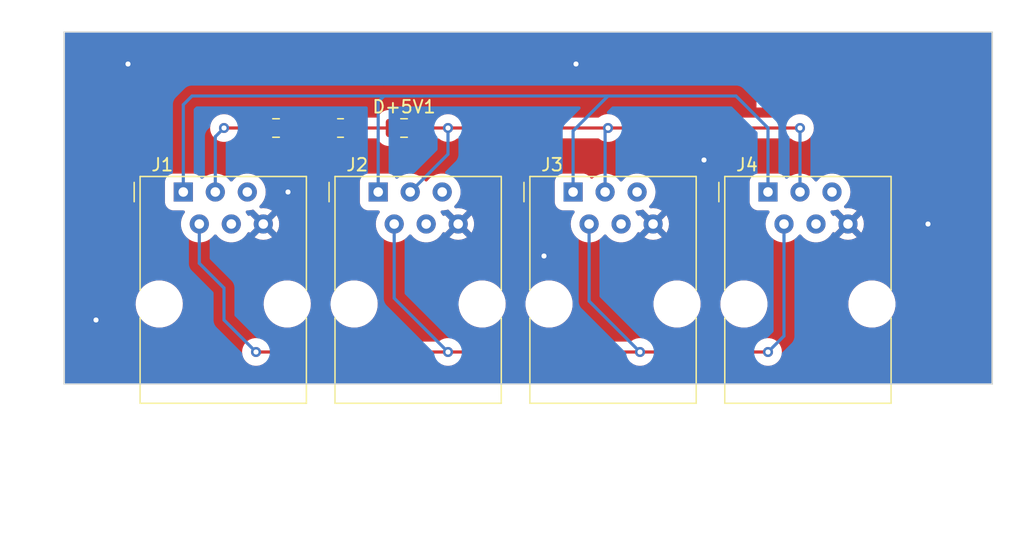
<source format=kicad_pcb>
(kicad_pcb (version 20221018) (generator pcbnew)
  (layers (0 "F.Cu" signal) (31 "B.Cu" signal) (34 "B.Paste" user) (35 "F.Paste" user) (36 "B.SilkS" user "B.Silkscreen") (37 "F.SilkS" user "F.Silkscreen") (38 "B.Mask" user) (39 "F.Mask" user) (44 "Edge.Cuts" user))
  (net 0 "")
  (net 1 "+5V")
  (net 2 "GND")
  (net 3 "Net-(D+5V1-K)")
  (net 4 "CANL")
  (net 5 "CANH")
  (footprint "PCM_Robot:RJ12" (layer "F.Cu") (at 95.83 76.2)
    (fp_text reference "J1" (at -1.67 -2.16) (layer "F.SilkS"))
    (fp_text value "RJ_can")
    (fp_line (start -3.9 0.77) (end -3.9 -0.76) (stroke (width 0.12)) (layer "F.SilkS"))
    (fp_line (start -3.43 -1.23) (end 9.77 -1.23) (stroke (width 0.12)) (layer "F.SilkS"))
    (fp_line (start -3.43 7.72) (end -3.43 7.79) (stroke (width 0.1)) (layer "F.SilkS"))
    (fp_line (start -3.43 7.79) (end -3.43 -1.23) (stroke (width 0.12)) (layer "F.SilkS"))
    (fp_line (start -3.43 16.77) (end -3.43 9.99) (stroke (width 0.12)) (layer "F.SilkS"))
    (fp_line (start 9.77 -1.23) (end 9.77 7.79) (stroke (width 0.12)) (layer "F.SilkS"))
    (fp_line (start 9.77 16.65) (end 9.77 16.77) (stroke (width 0.1)) (layer "F.SilkS"))
    (fp_line (start 9.77 16.76) (end 9.77 16.77) (stroke (width 0.1)) (layer "F.SilkS"))
    (fp_line (start 9.77 16.77) (end -3.43 16.77) (stroke (width 0.12)) (layer "F.SilkS"))
    (fp_line (start 9.77 16.77) (end 9.77 9.99) (stroke (width 0.12)) (layer "F.SilkS"))
    (pad "" np_thru_hole circle (at -1.91 8.89) (size 3.25 3.25) (drill 3.25) (layers "*.Cu" "*.Mask"))
    (pad "" np_thru_hole circle (at 8.25 8.89) (size 3.25 3.25) (drill 3.25) (layers "*.Cu" "*.Mask"))
    (pad "1" thru_hole rect (at 0 0) (size 1.52 1.52) (drill 0.76) (layers "*.Cu" "*.Mask") (net 4 "CANL"))
    (pad "2" thru_hole circle (at 1.27 2.54) (size 1.52 1.52) (drill 0.76) (layers "*.Cu" "*.Mask") (net 5 "CANH"))
    (pad "3" thru_hole circle (at 2.54 0) (size 1.52 1.52) (drill 0.76) (layers "*.Cu" "*.Mask") (net 1 "+5V"))
    (pad "4" thru_hole circle (at 3.81 2.54) (size 1.52 1.52) (drill 0.76) (layers "*.Cu" "*.Mask"))
    (pad "5" thru_hole circle (at 5.08 0) (size 1.52 1.52) (drill 0.76) (layers "*.Cu" "*.Mask"))
    (pad "6" thru_hole circle (at 6.35 2.54) (size 1.52 1.52) (drill 0.76) (layers "*.Cu" "*.Mask") (net 2 "GND"))
  )
  (footprint "PCM_Robot:RJ12" (layer "F.Cu") (at 126.77 76.2)
    (fp_text reference "J3" (at -1.67 -2.16) (layer "F.SilkS"))
    (fp_text value "RJ_can")
    (fp_line (start -3.9 0.77) (end -3.9 -0.76) (stroke (width 0.12)) (layer "F.SilkS"))
    (fp_line (start -3.43 -1.23) (end 9.77 -1.23) (stroke (width 0.12)) (layer "F.SilkS"))
    (fp_line (start -3.43 7.72) (end -3.43 7.79) (stroke (width 0.1)) (layer "F.SilkS"))
    (fp_line (start -3.43 7.79) (end -3.43 -1.23) (stroke (width 0.12)) (layer "F.SilkS"))
    (fp_line (start -3.43 16.77) (end -3.43 9.99) (stroke (width 0.12)) (layer "F.SilkS"))
    (fp_line (start 9.77 -1.23) (end 9.77 7.79) (stroke (width 0.12)) (layer "F.SilkS"))
    (fp_line (start 9.77 16.65) (end 9.77 16.77) (stroke (width 0.1)) (layer "F.SilkS"))
    (fp_line (start 9.77 16.76) (end 9.77 16.77) (stroke (width 0.1)) (layer "F.SilkS"))
    (fp_line (start 9.77 16.77) (end -3.43 16.77) (stroke (width 0.12)) (layer "F.SilkS"))
    (fp_line (start 9.77 16.77) (end 9.77 9.99) (stroke (width 0.12)) (layer "F.SilkS"))
    (pad "" np_thru_hole circle (at -1.91 8.89) (size 3.25 3.25) (drill 3.25) (layers "*.Cu" "*.Mask"))
    (pad "" np_thru_hole circle (at 8.25 8.89) (size 3.25 3.25) (drill 3.25) (layers "*.Cu" "*.Mask"))
    (pad "1" thru_hole rect (at 0 0) (size 1.52 1.52) (drill 0.76) (layers "*.Cu" "*.Mask") (net 4 "CANL"))
    (pad "2" thru_hole circle (at 1.27 2.54) (size 1.52 1.52) (drill 0.76) (layers "*.Cu" "*.Mask") (net 5 "CANH"))
    (pad "3" thru_hole circle (at 2.54 0) (size 1.52 1.52) (drill 0.76) (layers "*.Cu" "*.Mask") (net 1 "+5V"))
    (pad "4" thru_hole circle (at 3.81 2.54) (size 1.52 1.52) (drill 0.76) (layers "*.Cu" "*.Mask"))
    (pad "5" thru_hole circle (at 5.08 0) (size 1.52 1.52) (drill 0.76) (layers "*.Cu" "*.Mask"))
    (pad "6" thru_hole circle (at 6.35 2.54) (size 1.52 1.52) (drill 0.76) (layers "*.Cu" "*.Mask") (net 2 "GND"))
  )
  (footprint "Capacitor_SMD:C_0805_2012Metric" (layer "F.Cu") (at 113.35 71.12)
    (fp_text reference "D+5V1" (at 0 -1.68) (layer "F.SilkS"))
    (fp_text value "LED" (at 0 -5.08) (layer "F.Cu"))
    (fp_line (start -0.261252 -0.735) (end 0.261252 -0.735) (stroke (width 0.12)) (layer "F.SilkS"))
    (fp_line (start -0.261252 0.735) (end 0.261252 0.735) (stroke (width 0.12)) (layer "F.SilkS"))
    (pad "1" smd roundrect (at -0.95 0) (size 1 1.45) (layers "F.Cu" "F.Paste" "F.Mask") (net 3 "Net-(D+5V1-K)"))
    (pad "2" smd roundrect (at 0.95 0) (size 1 1.45) (layers "F.Cu" "F.Paste" "F.Mask") (net 1 "+5V"))
  )
  (footprint "Resistor_SMD:R_0805_2012Metric" (layer "F.Cu") (at 108.3075 71.12 180)
    (fp_text reference "R1" (at 0 5.08) (layer "F.Cu"))
    (fp_text value "R")
    (fp_line (start -0.227064 -0.735) (end 0.227064 -0.735) (stroke (width 0.12)) (layer "F.SilkS"))
    (fp_line (start -0.227064 0.735) (end 0.227064 0.735) (stroke (width 0.12)) (layer "F.SilkS"))
    (pad "1" smd roundrect (at -0.9125 0 180) (size 1.025 1.4) (layers "F.Cu" "F.Paste" "F.Mask") (roundrect_rratio 0.243902) (net 3 "Net-(D+5V1-K)"))
    (pad "2" smd roundrect (at 0.9125 0 180) (size 1.025 1.4) (layers "F.Cu" "F.Paste" "F.Mask") (roundrect_rratio 0.243902) (net 2 "GND"))
  )
  (footprint "Capacitor_SMD:C_0805_2012Metric" (layer "F.Cu") (at 103.19 71.12)
    (fp_text reference "C1" (at 0 -5.08) (layer "F.Cu"))
    (fp_text value "C_Polarized")
    (fp_line (start -0.261252 -0.735) (end 0.261252 -0.735) (stroke (width 0.12)) (layer "F.SilkS"))
    (fp_line (start -0.261252 0.735) (end 0.261252 0.735) (stroke (width 0.12)) (layer "F.SilkS"))
    (pad "1" smd roundrect (at -0.95 0) (size 1 1.45) (layers "F.Cu" "F.Paste" "F.Mask") (net 1 "+5V"))
    (pad "2" smd roundrect (at 0.95 0) (size 1 1.45) (layers "F.Cu" "F.Paste" "F.Mask") (net 2 "GND"))
  )
  (footprint "PCM_Robot:RJ12" (layer "F.Cu") (at 111.3 76.2)
    (fp_text reference "J2" (at -1.67 -2.16) (layer "F.SilkS"))
    (fp_text value "RJ_can")
    (fp_line (start -3.9 0.77) (end -3.9 -0.76) (stroke (width 0.12)) (layer "F.SilkS"))
    (fp_line (start -3.43 -1.23) (end 9.77 -1.23) (stroke (width 0.12)) (layer "F.SilkS"))
    (fp_line (start -3.43 7.72) (end -3.43 7.79) (stroke (width 0.1)) (layer "F.SilkS"))
    (fp_line (start -3.43 7.79) (end -3.43 -1.23) (stroke (width 0.12)) (layer "F.SilkS"))
    (fp_line (start -3.43 16.77) (end -3.43 9.99) (stroke (width 0.12)) (layer "F.SilkS"))
    (fp_line (start 9.77 -1.23) (end 9.77 7.79) (stroke (width 0.12)) (layer "F.SilkS"))
    (fp_line (start 9.77 16.65) (end 9.77 16.77) (stroke (width 0.1)) (layer "F.SilkS"))
    (fp_line (start 9.77 16.76) (end 9.77 16.77) (stroke (width 0.1)) (layer "F.SilkS"))
    (fp_line (start 9.77 16.77) (end -3.43 16.77) (stroke (width 0.12)) (layer "F.SilkS"))
    (fp_line (start 9.77 16.77) (end 9.77 9.99) (stroke (width 0.12)) (layer "F.SilkS"))
    (pad "" np_thru_hole circle (at -1.91 8.89) (size 3.25 3.25) (drill 3.25) (layers "*.Cu" "*.Mask"))
    (pad "" np_thru_hole circle (at 8.25 8.89) (size 3.25 3.25) (drill 3.25) (layers "*.Cu" "*.Mask"))
    (pad "1" thru_hole rect (at 0 0) (size 1.52 1.52) (drill 0.76) (layers "*.Cu" "*.Mask") (net 4 "CANL"))
    (pad "2" thru_hole circle (at 1.27 2.54) (size 1.52 1.52) (drill 0.76) (layers "*.Cu" "*.Mask") (net 5 "CANH"))
    (pad "3" thru_hole circle (at 2.54 0) (size 1.52 1.52) (drill 0.76) (layers "*.Cu" "*.Mask") (net 1 "+5V"))
    (pad "4" thru_hole circle (at 3.81 2.54) (size 1.52 1.52) (drill 0.76) (layers "*.Cu" "*.Mask"))
    (pad "5" thru_hole circle (at 5.08 0) (size 1.52 1.52) (drill 0.76) (layers "*.Cu" "*.Mask"))
    (pad "6" thru_hole circle (at 6.35 2.54) (size 1.52 1.52) (drill 0.76) (layers "*.Cu" "*.Mask") (net 2 "GND"))
  )
  (footprint "PCM_Robot:RJ12" (layer "F.Cu") (at 142.24 76.2)
    (fp_text reference "J4" (at -1.67 -2.16) (layer "F.SilkS"))
    (fp_text value "RJ_can")
    (fp_line (start -3.9 0.77) (end -3.9 -0.76) (stroke (width 0.12)) (layer "F.SilkS"))
    (fp_line (start -3.43 -1.23) (end 9.77 -1.23) (stroke (width 0.12)) (layer "F.SilkS"))
    (fp_line (start -3.43 7.72) (end -3.43 7.79) (stroke (width 0.1)) (layer "F.SilkS"))
    (fp_line (start -3.43 7.79) (end -3.43 -1.23) (stroke (width 0.12)) (layer "F.SilkS"))
    (fp_line (start -3.43 16.77) (end -3.43 9.99) (stroke (width 0.12)) (layer "F.SilkS"))
    (fp_line (start 9.77 -1.23) (end 9.77 7.79) (stroke (width 0.12)) (layer "F.SilkS"))
    (fp_line (start 9.77 16.65) (end 9.77 16.77) (stroke (width 0.1)) (layer "F.SilkS"))
    (fp_line (start 9.77 16.76) (end 9.77 16.77) (stroke (width 0.1)) (layer "F.SilkS"))
    (fp_line (start 9.77 16.77) (end -3.43 16.77) (stroke (width 0.12)) (layer "F.SilkS"))
    (fp_line (start 9.77 16.77) (end 9.77 9.99) (stroke (width 0.12)) (layer "F.SilkS"))
    (pad "" np_thru_hole circle (at -1.91 8.89) (size 3.25 3.25) (drill 3.25) (layers "*.Cu" "*.Mask"))
    (pad "" np_thru_hole circle (at 8.25 8.89) (size 3.25 3.25) (drill 3.25) (layers "*.Cu" "*.Mask"))
    (pad "1" thru_hole rect (at 0 0) (size 1.52 1.52) (drill 0.76) (layers "*.Cu" "*.Mask") (net 4 "CANL"))
    (pad "2" thru_hole circle (at 1.27 2.54) (size 1.52 1.52) (drill 0.76) (layers "*.Cu" "*.Mask") (net 5 "CANH"))
    (pad "3" thru_hole circle (at 2.54 0) (size 1.52 1.52) (drill 0.76) (layers "*.Cu" "*.Mask") (net 1 "+5V"))
    (pad "4" thru_hole circle (at 3.81 2.54) (size 1.52 1.52) (drill 0.76) (layers "*.Cu" "*.Mask"))
    (pad "5" thru_hole circle (at 5.08 0) (size 1.52 1.52) (drill 0.76) (layers "*.Cu" "*.Mask"))
    (pad "6" thru_hole circle (at 6.35 2.54) (size 1.52 1.52) (drill 0.76) (layers "*.Cu" "*.Mask") (net 2 "GND"))
  )
  (gr_rect (start 86.36 63.5) (end 160.02 63.5) (stroke (width 0.1)) (fill none) (layer "Edge.Cuts"))
  (gr_line (start 160.0454 91.44) (end 86.36 91.44) (stroke (width 0.1)) (layer "Edge.Cuts"))
  (gr_rect (start 86.36 63.5) (end 86.3854 91.44) (stroke (width 0.1)) (fill none) (layer "Edge.Cuts"))
  (gr_rect (start 160.02 63.5) (end 160.0454 91.44) (stroke (width 0.1)) (fill none) (layer "Edge.Cuts"))
  (gr_text "RJCAN Splitter" (at 142.24 68.58) (layer "F.Cu") (effects (font (size 1.5 1.5) (thickness 0.3) bold) (justify left bottom)))
  (segment (start 116.84 71.12) (end 129.54 71.12) (width 0.25) (layer "F.Cu") (net 1))
  (segment (start 99.06 71.12) (end 102.24 71.12) (width 0.25) (layer "F.Cu") (net 1))
  (segment (start 116.84 71.12) (end 114.3 71.12) (width 0.25) (layer "F.Cu") (net 1))
  (segment (start 129.54 71.12) (end 144.78 71.12) (width 0.25) (layer "F.Cu") (net 1))
  (via (at 144.78 71.12) (size 0.8) (drill 0.4) (layers "F.Cu" "B.Cu") (net 1))
  (via (at 99.06 71.12) (size 0.8) (drill 0.4) (layers "F.Cu" "B.Cu") (net 1))
  (via (at 116.84 71.12) (size 0.8) (drill 0.4) (layers "F.Cu" "B.Cu") (net 1))
  (via (at 129.54 71.12) (size 0.8) (drill 0.4) (layers "F.Cu" "B.Cu") (net 1))
  (segment (start 129.31 76.2) (end 129.31 71.35) (width 0.25) (layer "B.Cu") (net 1))
  (segment (start 98.37 76.2) (end 98.37 71.81) (width 0.25) (layer "B.Cu") (net 1))
  (segment (start 144.78 76.2) (end 144.78 71.12) (width 0.25) (layer "B.Cu") (net 1))
  (segment (start 116.84 73.2) (end 116.84 71.12) (width 0.25) (layer "B.Cu") (net 1))
  (segment (start 113.84 76.2) (end 116.84 73.2) (width 0.25) (layer "B.Cu") (net 1))
  (segment (start 129.31 71.35) (end 129.54 71.12) (width 0.25) (layer "B.Cu") (net 1))
  (segment (start 98.37 71.81) (end 99.06 71.12) (width 0.25) (layer "B.Cu") (net 1))
  (via (at 88.9 86.36) (size 0.8) (drill 0.4) (layers "F.Cu" "B.Cu") (net 2))
  (via (at 154.94 78.74) (size 0.8) (drill 0.4) (layers "F.Cu" "B.Cu") (net 2))
  (via (at 127 66.04) (size 0.8) (drill 0.4) (layers "F.Cu" "B.Cu") (net 2))
  (via (at 91.44 66.04) (size 0.8) (drill 0.4) (layers "F.Cu" "B.Cu") (net 2))
  (via (at 104.14 76.2) (size 0.8) (drill 0.4) (layers "F.Cu" "B.Cu") (net 2))
  (via (at 124.46 81.28) (size 0.8) (drill 0.4) (layers "F.Cu" "B.Cu") (net 2))
  (via (at 137.16 73.66) (size 0.8) (drill 0.4) (layers "F.Cu" "B.Cu") (net 2))
  (segment (start 112.4 71.12) (end 109.22 71.12) (width 0.25) (layer "F.Cu") (net 3))
  (segment (start 111.3 76.2) (end 111.3 69.04) (width 0.25) (layer "B.Cu") (net 4))
  (segment (start 139.7 68.58) (end 142.24 71.12) (width 0.25) (layer "B.Cu") (net 4))
  (segment (start 126.77 71.35) (end 129.54 68.58) (width 0.25) (layer "B.Cu") (net 4))
  (segment (start 95.83 69.27) (end 96.52 68.58) (width 0.25) (layer "B.Cu") (net 4))
  (segment (start 111.3 69.04) (end 111.76 68.58) (width 0.25) (layer "B.Cu") (net 4))
  (segment (start 95.83 76.2) (end 95.83 69.27) (width 0.25) (layer "B.Cu") (net 4))
  (segment (start 126.77 76.2) (end 126.77 71.35) (width 0.25) (layer "B.Cu") (net 4))
  (segment (start 129.54 68.58) (end 139.7 68.58) (width 0.25) (layer "B.Cu") (net 4))
  (segment (start 96.52 68.58) (end 111.76 68.58) (width 0.25) (layer "B.Cu") (net 4))
  (segment (start 142.24 71.12) (end 142.24 76.2) (width 0.25) (layer "B.Cu") (net 4))
  (segment (start 111.76 68.58) (end 129.54 68.58) (width 0.25) (layer "B.Cu") (net 4))
  (segment (start 132.08 88.9) (end 142.24 88.9) (width 0.25) (layer "F.Cu") (net 5))
  (segment (start 101.6 88.9) (end 116.84 88.9) (width 0.25) (layer "F.Cu") (net 5))
  (segment (start 116.84 88.9) (end 132.08 88.9) (width 0.25) (layer "F.Cu") (net 5))
  (via (at 142.24 88.9) (size 0.8) (drill 0.4) (layers "F.Cu" "B.Cu") (net 5))
  (via (at 101.6 88.9) (size 0.8) (drill 0.4) (layers "F.Cu" "B.Cu") (net 5))
  (via (at 116.84 88.9) (size 0.8) (drill 0.4) (layers "F.Cu" "B.Cu") (net 5))
  (via (at 132.08 88.9) (size 0.8) (drill 0.4) (layers "F.Cu" "B.Cu") (net 5))
  (segment (start 99.06 83.82) (end 99.06 86.36) (width 0.25) (layer "B.Cu") (net 5))
  (segment (start 142.24 88.9) (end 143.51 87.63) (width 0.25) (layer "B.Cu") (net 5))
  (segment (start 128.04 84.86) (end 132.08 88.9) (width 0.25) (layer "B.Cu") (net 5))
  (segment (start 128.04 78.74) (end 128.04 84.86) (width 0.25) (layer "B.Cu") (net 5))
  (segment (start 143.51 87.63) (end 143.51 78.74) (width 0.25) (layer "B.Cu") (net 5))
  (segment (start 112.57 78.74) (end 112.57 84.63) (width 0.25) (layer "B.Cu") (net 5))
  (segment (start 97.1 81.86) (end 99.06 83.82) (width 0.25) (layer "B.Cu") (net 5))
  (segment (start 112.57 84.63) (end 116.84 88.9) (width 0.25) (layer "B.Cu") (net 5))
  (segment (start 99.06 86.36) (end 101.6 88.9) (width 0.25) (layer "B.Cu") (net 5))
  (segment (start 97.1 78.74) (end 97.1 81.86) (width 0.25) (layer "B.Cu") (net 5))
  (zone (net 2) (net_name "GND") (layers "F&B.Cu") (name "fgnd") (connect_pads (clearance 0.7)) (min_thickness 0.25) (fill yes (thermal_gap 0.5) (thermal_bridge_width 0.5))
    (polygon (pts (xy 162.56 104.14) (xy 162.56 60.96) (xy 81.28 60.96) (xy 81.28 104.14)))
  )
)
</source>
